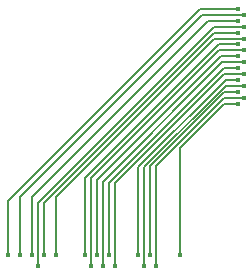
<source format=gbl>
G04*
G04 #@! TF.GenerationSoftware,Altium Limited,Altium Designer,18.0.12 (696)*
G04*
G04 Layer_Physical_Order=2*
G04 Layer_Color=16711680*
%FSLAX25Y25*%
%MOIN*%
G70*
G01*
G75*
%ADD26C,0.00600*%
%ADD27C,0.01600*%
D26*
X126598Y245098D02*
X185358Y303858D01*
X128500Y245000D02*
X185390Y301890D01*
X126598Y224098D02*
Y245098D01*
X185358Y303858D02*
X195205D01*
X173843Y227756D02*
Y263342D01*
X188768Y278268D01*
X193264D01*
X165969Y224098D02*
Y257469D01*
X188736Y280236D01*
X195205D01*
X164000Y227756D02*
Y257444D01*
X188760Y282205D01*
X193264D01*
X162031Y224098D02*
Y257031D01*
X189173Y284173D01*
X195205D01*
X160063Y227756D02*
Y257063D01*
X189142Y286142D01*
X193264D01*
X152189Y224098D02*
Y251689D01*
X188610Y288110D01*
X195205D01*
X150221Y227756D02*
Y251720D01*
X188579Y290079D01*
X193264D01*
X148252Y224098D02*
Y252252D01*
X188047Y292047D01*
X195205D01*
X146283Y227756D02*
Y252783D01*
X187516Y294016D01*
X193264D01*
X144315Y224098D02*
Y253315D01*
X186984Y295984D01*
X195205D01*
X142347Y227756D02*
Y253346D01*
X186953Y297953D01*
X193264D01*
X132504Y227756D02*
Y247004D01*
X185421Y299921D01*
X195205D01*
X128500Y227756D02*
Y245000D01*
X185390Y301890D02*
X193264D01*
X124630Y227756D02*
Y247130D01*
X183327Y305827D01*
X193264D01*
X120693Y227756D02*
Y247193D01*
X181295Y307795D01*
X195205D01*
X116756Y227756D02*
Y245756D01*
X180764Y309764D01*
X193264D01*
D27*
X165969Y224098D02*
D03*
X162031D02*
D03*
X152189D02*
D03*
X148252D02*
D03*
X144315D02*
D03*
X126598D02*
D03*
X173843Y227756D02*
D03*
X164000D02*
D03*
X160063D02*
D03*
X150221D02*
D03*
X146283D02*
D03*
X142347D02*
D03*
X132504D02*
D03*
X128500D02*
D03*
X124630D02*
D03*
X120693D02*
D03*
X116756D02*
D03*
X193264Y278268D02*
D03*
Y282205D02*
D03*
X195205Y280236D02*
D03*
X193264Y286142D02*
D03*
X195205Y284173D02*
D03*
X193264Y290079D02*
D03*
X195205Y288110D02*
D03*
X193264Y294016D02*
D03*
X195205Y292047D02*
D03*
X193264Y297953D02*
D03*
X195205Y295984D02*
D03*
X193264Y301890D02*
D03*
X195205Y299921D02*
D03*
X193264Y305827D02*
D03*
X195205Y303858D02*
D03*
Y307795D02*
D03*
X193264Y309764D02*
D03*
M02*

</source>
